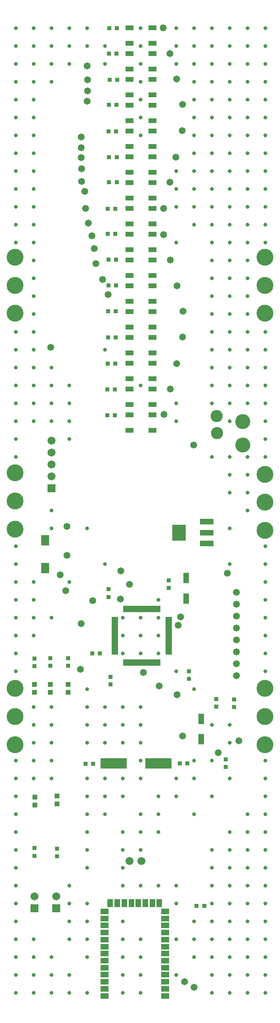
<source format=gts>
G04*
G04 #@! TF.GenerationSoftware,Altium Limited,Altium Designer,18.1.6 (161)*
G04*
G04 Layer_Color=8388736*
%FSLAX25Y25*%
%MOIN*%
G70*
G01*
G75*
%ADD17R,0.03950X0.03950*%
%ADD18R,0.03800X0.03600*%
%ADD19R,0.11430X0.13792*%
%ADD20R,0.11430X0.04737*%
%ADD21R,0.03600X0.03800*%
%ADD22R,0.04737X0.08674*%
%ADD23R,0.05524X0.01981*%
%ADD24R,0.01981X0.05524*%
%ADD25R,0.22453X0.08674*%
%ADD26R,0.06706X0.04343*%
%ADD27R,0.07099X0.08674*%
%ADD28R,0.06706X0.04737*%
%ADD29R,0.04737X0.06706*%
%ADD30C,0.12611*%
%ADD31C,0.06706*%
%ADD32R,0.06706X0.06706*%
%ADD33C,0.03300*%
%ADD34C,0.14186*%
%ADD35C,0.10249*%
%ADD36C,0.05800*%
D17*
X1204724Y848622D02*
D03*
Y855315D02*
D03*
X1185827Y847638D02*
D03*
Y854331D02*
D03*
X1213781Y949016D02*
D03*
Y942323D02*
D03*
X1198819Y949016D02*
D03*
Y942323D02*
D03*
X1185433Y948898D02*
D03*
Y942205D02*
D03*
D18*
X1213780Y964528D02*
D03*
Y970905D02*
D03*
X1198819Y964488D02*
D03*
Y970866D02*
D03*
X1185433Y964173D02*
D03*
Y970551D02*
D03*
X1204724Y811063D02*
D03*
Y804685D02*
D03*
X1185709Y811417D02*
D03*
Y805039D02*
D03*
X1346443Y879488D02*
D03*
Y885866D02*
D03*
X1249592Y955157D02*
D03*
Y948779D02*
D03*
X1353543Y929921D02*
D03*
Y936299D02*
D03*
X1338568Y930276D02*
D03*
Y936654D02*
D03*
X1315734Y953504D02*
D03*
Y959882D02*
D03*
X1298439Y1036260D02*
D03*
Y1029882D02*
D03*
X1248046Y1022402D02*
D03*
Y1028780D02*
D03*
D19*
X1307283Y1076378D02*
D03*
D20*
X1330512Y1085433D02*
D03*
Y1076378D02*
D03*
Y1067323D02*
D03*
D21*
X1322047Y762992D02*
D03*
X1328425D02*
D03*
X1240630Y974803D02*
D03*
X1234252D02*
D03*
X1254803Y1500000D02*
D03*
X1248425D02*
D03*
X1307835Y882691D02*
D03*
X1314213D02*
D03*
X1235079Y882269D02*
D03*
X1228701D02*
D03*
X1254370Y1283844D02*
D03*
X1247992D02*
D03*
X1247205Y1348411D02*
D03*
X1253583D02*
D03*
X1248386Y1370458D02*
D03*
X1254764D02*
D03*
X1248386Y1391718D02*
D03*
X1254764D02*
D03*
X1248032Y1413386D02*
D03*
X1254409D02*
D03*
X1248347Y1435433D02*
D03*
X1254724D02*
D03*
X1248779Y1456679D02*
D03*
X1255157D02*
D03*
X1248347Y1478740D02*
D03*
X1254724D02*
D03*
X1246811Y1174789D02*
D03*
X1253189D02*
D03*
X1246811Y1196443D02*
D03*
X1253189D02*
D03*
X1247205Y1218096D02*
D03*
X1253583D02*
D03*
X1247598Y1240143D02*
D03*
X1253976D02*
D03*
X1247598Y1262191D02*
D03*
X1253976D02*
D03*
X1247953Y1305512D02*
D03*
X1254331D02*
D03*
X1247205Y1327151D02*
D03*
X1253583D02*
D03*
D22*
X1313386Y1038189D02*
D03*
Y1020866D02*
D03*
X1325984Y920079D02*
D03*
Y902756D02*
D03*
D23*
X1253347Y975000D02*
D03*
Y976968D02*
D03*
Y978937D02*
D03*
Y980906D02*
D03*
Y982874D02*
D03*
Y984842D02*
D03*
Y986811D02*
D03*
Y988780D02*
D03*
Y990748D02*
D03*
Y992717D02*
D03*
Y994685D02*
D03*
Y996653D02*
D03*
Y998622D02*
D03*
Y1000591D02*
D03*
Y1002559D02*
D03*
Y1004528D02*
D03*
X1298622D02*
D03*
Y1002559D02*
D03*
Y1000591D02*
D03*
Y998622D02*
D03*
Y996653D02*
D03*
Y994685D02*
D03*
Y992717D02*
D03*
Y990748D02*
D03*
Y988780D02*
D03*
Y986811D02*
D03*
Y984842D02*
D03*
Y982874D02*
D03*
Y980906D02*
D03*
Y978937D02*
D03*
Y976968D02*
D03*
Y975000D02*
D03*
D24*
X1261220Y1012402D02*
D03*
X1263189D02*
D03*
X1265158D02*
D03*
X1267126D02*
D03*
X1269094D02*
D03*
X1271063D02*
D03*
X1273032D02*
D03*
X1275000D02*
D03*
X1276968D02*
D03*
X1278937D02*
D03*
X1280906D02*
D03*
X1282874D02*
D03*
X1284842D02*
D03*
X1286811D02*
D03*
X1288780D02*
D03*
X1290748D02*
D03*
Y967126D02*
D03*
X1288780D02*
D03*
X1286811D02*
D03*
X1284842D02*
D03*
X1282874D02*
D03*
X1280906D02*
D03*
X1278937D02*
D03*
X1276968D02*
D03*
X1275000D02*
D03*
X1273032D02*
D03*
X1271063D02*
D03*
X1269094D02*
D03*
X1267126D02*
D03*
X1265158D02*
D03*
X1263189D02*
D03*
X1261220D02*
D03*
D25*
X1252366Y882669D02*
D03*
X1289768D02*
D03*
D26*
X1265551Y1326968D02*
D03*
Y1313976D02*
D03*
X1284842D02*
D03*
Y1326968D02*
D03*
X1265551Y1305315D02*
D03*
Y1292323D02*
D03*
X1284842D02*
D03*
Y1305315D02*
D03*
X1265551Y1283661D02*
D03*
Y1270669D02*
D03*
X1284842D02*
D03*
Y1283661D02*
D03*
X1265551Y1262008D02*
D03*
Y1249016D02*
D03*
X1284842D02*
D03*
Y1262008D02*
D03*
X1265551Y1240354D02*
D03*
Y1227362D02*
D03*
X1284842D02*
D03*
Y1240354D02*
D03*
X1265551Y1218701D02*
D03*
Y1205709D02*
D03*
X1284842D02*
D03*
Y1218701D02*
D03*
X1265551Y1197047D02*
D03*
Y1184055D02*
D03*
X1284842D02*
D03*
Y1197047D02*
D03*
X1265551Y1175394D02*
D03*
Y1162402D02*
D03*
X1284842D02*
D03*
Y1175394D02*
D03*
Y1348622D02*
D03*
Y1335630D02*
D03*
X1265551D02*
D03*
Y1348622D02*
D03*
X1284842Y1500197D02*
D03*
Y1487205D02*
D03*
X1265551D02*
D03*
Y1500197D02*
D03*
X1284842Y1478543D02*
D03*
Y1465551D02*
D03*
X1265551D02*
D03*
Y1478543D02*
D03*
X1284842Y1456890D02*
D03*
Y1443898D02*
D03*
X1265551D02*
D03*
Y1456890D02*
D03*
X1284842Y1435236D02*
D03*
Y1422244D02*
D03*
X1265551D02*
D03*
Y1435236D02*
D03*
X1284842Y1413583D02*
D03*
Y1400591D02*
D03*
X1265551D02*
D03*
Y1413583D02*
D03*
X1284842Y1391929D02*
D03*
Y1378937D02*
D03*
X1265551D02*
D03*
Y1391929D02*
D03*
X1284842Y1370276D02*
D03*
Y1357283D02*
D03*
X1265551D02*
D03*
Y1370276D02*
D03*
D27*
X1194488Y1046457D02*
D03*
Y1070079D02*
D03*
D28*
X1295669Y758268D02*
D03*
Y752362D02*
D03*
Y746457D02*
D03*
Y740551D02*
D03*
Y734646D02*
D03*
Y728740D02*
D03*
Y722835D02*
D03*
Y716929D02*
D03*
Y711024D02*
D03*
Y705118D02*
D03*
Y699213D02*
D03*
Y693307D02*
D03*
Y687402D02*
D03*
X1244488D02*
D03*
Y693307D02*
D03*
Y699213D02*
D03*
Y705118D02*
D03*
Y711024D02*
D03*
Y716929D02*
D03*
Y722835D02*
D03*
Y728740D02*
D03*
Y734646D02*
D03*
Y740551D02*
D03*
Y746457D02*
D03*
Y752362D02*
D03*
Y758268D02*
D03*
D29*
X1267126Y765158D02*
D03*
X1261220D02*
D03*
X1255315D02*
D03*
X1249409D02*
D03*
X1273032D02*
D03*
X1278937D02*
D03*
X1284842D02*
D03*
X1290748D02*
D03*
D30*
X1361024Y1169685D02*
D03*
Y1150000D02*
D03*
D31*
X1265569Y800579D02*
D03*
X1275569D02*
D03*
X1203819Y770748D02*
D03*
X1185709D02*
D03*
X1200000Y1153622D02*
D03*
Y1143622D02*
D03*
Y1133622D02*
D03*
Y1123622D02*
D03*
D32*
X1203819Y760748D02*
D03*
X1185709D02*
D03*
X1200000Y1113622D02*
D03*
D33*
X1380000Y1500000D02*
D03*
Y1485000D02*
D03*
Y1470000D02*
D03*
Y1455000D02*
D03*
Y1440000D02*
D03*
Y1425000D02*
D03*
Y1410000D02*
D03*
Y1395000D02*
D03*
Y1380000D02*
D03*
Y1365000D02*
D03*
Y1350000D02*
D03*
Y1335000D02*
D03*
Y1320000D02*
D03*
Y1245000D02*
D03*
Y1230000D02*
D03*
Y1215000D02*
D03*
Y1200000D02*
D03*
Y1185000D02*
D03*
Y1170000D02*
D03*
Y1155000D02*
D03*
Y1140000D02*
D03*
Y1065000D02*
D03*
Y1050000D02*
D03*
Y1035000D02*
D03*
Y1020000D02*
D03*
Y1005000D02*
D03*
Y990000D02*
D03*
Y975000D02*
D03*
Y960000D02*
D03*
Y885000D02*
D03*
Y870000D02*
D03*
Y855000D02*
D03*
Y840000D02*
D03*
Y825000D02*
D03*
Y810000D02*
D03*
Y795000D02*
D03*
Y780000D02*
D03*
Y765000D02*
D03*
Y750000D02*
D03*
Y735000D02*
D03*
Y720000D02*
D03*
Y705000D02*
D03*
Y690000D02*
D03*
X1365000Y1500000D02*
D03*
Y1485000D02*
D03*
Y1470000D02*
D03*
Y1455000D02*
D03*
Y1440000D02*
D03*
Y1425000D02*
D03*
Y1410000D02*
D03*
Y1395000D02*
D03*
Y1380000D02*
D03*
Y1365000D02*
D03*
Y1350000D02*
D03*
Y1335000D02*
D03*
Y1320000D02*
D03*
Y1305000D02*
D03*
Y1290000D02*
D03*
Y1275000D02*
D03*
Y1260000D02*
D03*
Y1245000D02*
D03*
Y1230000D02*
D03*
Y1215000D02*
D03*
Y1200000D02*
D03*
Y1185000D02*
D03*
Y1140000D02*
D03*
Y1125000D02*
D03*
Y1110000D02*
D03*
Y1095000D02*
D03*
Y840000D02*
D03*
Y825000D02*
D03*
Y810000D02*
D03*
Y795000D02*
D03*
Y780000D02*
D03*
Y765000D02*
D03*
Y750000D02*
D03*
Y735000D02*
D03*
Y720000D02*
D03*
Y705000D02*
D03*
Y690000D02*
D03*
X1350000Y1500000D02*
D03*
Y1485000D02*
D03*
Y1470000D02*
D03*
Y1455000D02*
D03*
Y1440000D02*
D03*
Y1425000D02*
D03*
Y1410000D02*
D03*
Y1395000D02*
D03*
Y1380000D02*
D03*
Y1365000D02*
D03*
Y1350000D02*
D03*
Y1335000D02*
D03*
Y1320000D02*
D03*
Y1305000D02*
D03*
Y1290000D02*
D03*
Y1275000D02*
D03*
Y1260000D02*
D03*
Y1245000D02*
D03*
Y1230000D02*
D03*
Y1215000D02*
D03*
Y1200000D02*
D03*
Y1185000D02*
D03*
Y1170000D02*
D03*
Y1140000D02*
D03*
Y1125000D02*
D03*
Y1110000D02*
D03*
Y1080000D02*
D03*
Y1050000D02*
D03*
Y915000D02*
D03*
Y900000D02*
D03*
Y870000D02*
D03*
Y825000D02*
D03*
Y810000D02*
D03*
Y795000D02*
D03*
Y780000D02*
D03*
Y765000D02*
D03*
Y750000D02*
D03*
Y735000D02*
D03*
Y720000D02*
D03*
Y705000D02*
D03*
Y690000D02*
D03*
X1335000Y1500000D02*
D03*
Y1485000D02*
D03*
Y1470000D02*
D03*
Y1455000D02*
D03*
Y1440000D02*
D03*
Y1425000D02*
D03*
Y1410000D02*
D03*
Y1395000D02*
D03*
Y1380000D02*
D03*
Y1365000D02*
D03*
Y1350000D02*
D03*
Y1335000D02*
D03*
Y1320000D02*
D03*
Y1305000D02*
D03*
Y1290000D02*
D03*
Y1275000D02*
D03*
Y1260000D02*
D03*
Y1245000D02*
D03*
Y1230000D02*
D03*
Y1215000D02*
D03*
Y1200000D02*
D03*
Y1185000D02*
D03*
Y1140000D02*
D03*
Y915000D02*
D03*
Y885000D02*
D03*
Y855000D02*
D03*
Y810000D02*
D03*
Y795000D02*
D03*
Y780000D02*
D03*
Y765000D02*
D03*
Y750000D02*
D03*
Y735000D02*
D03*
Y720000D02*
D03*
Y705000D02*
D03*
Y690000D02*
D03*
X1320000Y1500000D02*
D03*
Y1485000D02*
D03*
Y1470000D02*
D03*
Y1455000D02*
D03*
Y1440000D02*
D03*
Y1425000D02*
D03*
Y1410000D02*
D03*
Y1395000D02*
D03*
Y1380000D02*
D03*
Y1365000D02*
D03*
Y1350000D02*
D03*
Y1335000D02*
D03*
Y945000D02*
D03*
Y885000D02*
D03*
Y870000D02*
D03*
Y840000D02*
D03*
Y750000D02*
D03*
Y735000D02*
D03*
Y720000D02*
D03*
X1305000Y1500000D02*
D03*
Y1485000D02*
D03*
Y1470000D02*
D03*
Y1380000D02*
D03*
Y1365000D02*
D03*
Y1350000D02*
D03*
Y1320000D02*
D03*
Y1185000D02*
D03*
Y1170000D02*
D03*
Y960000D02*
D03*
Y870000D02*
D03*
Y855000D02*
D03*
Y780000D02*
D03*
Y765000D02*
D03*
Y735000D02*
D03*
Y705000D02*
D03*
X1290000Y1020000D02*
D03*
Y1005000D02*
D03*
Y990000D02*
D03*
Y975000D02*
D03*
Y855000D02*
D03*
Y840000D02*
D03*
Y825000D02*
D03*
Y780000D02*
D03*
X1275000Y1500000D02*
D03*
Y1485000D02*
D03*
Y1470000D02*
D03*
Y1455000D02*
D03*
Y1440000D02*
D03*
Y1425000D02*
D03*
Y1410000D02*
D03*
Y1200000D02*
D03*
Y1005000D02*
D03*
Y990000D02*
D03*
Y975000D02*
D03*
Y930000D02*
D03*
Y915000D02*
D03*
Y900000D02*
D03*
Y885000D02*
D03*
Y870000D02*
D03*
Y840000D02*
D03*
Y825000D02*
D03*
Y810000D02*
D03*
Y780000D02*
D03*
Y735000D02*
D03*
Y720000D02*
D03*
Y705000D02*
D03*
Y690000D02*
D03*
X1260000Y1005000D02*
D03*
Y990000D02*
D03*
Y975000D02*
D03*
Y930000D02*
D03*
Y915000D02*
D03*
Y900000D02*
D03*
Y870000D02*
D03*
Y855000D02*
D03*
Y825000D02*
D03*
Y810000D02*
D03*
Y795000D02*
D03*
Y780000D02*
D03*
Y750000D02*
D03*
Y735000D02*
D03*
Y720000D02*
D03*
Y705000D02*
D03*
Y690000D02*
D03*
X1245000Y1485000D02*
D03*
Y1470000D02*
D03*
Y1230000D02*
D03*
Y1050000D02*
D03*
Y930000D02*
D03*
Y915000D02*
D03*
Y900000D02*
D03*
Y870000D02*
D03*
Y855000D02*
D03*
Y840000D02*
D03*
X1230000Y1500000D02*
D03*
Y1485000D02*
D03*
Y1080000D02*
D03*
Y945000D02*
D03*
Y930000D02*
D03*
Y915000D02*
D03*
Y900000D02*
D03*
Y870000D02*
D03*
Y855000D02*
D03*
Y840000D02*
D03*
Y825000D02*
D03*
Y810000D02*
D03*
Y795000D02*
D03*
Y765000D02*
D03*
Y750000D02*
D03*
Y735000D02*
D03*
Y720000D02*
D03*
Y690000D02*
D03*
X1215000Y1500000D02*
D03*
Y1485000D02*
D03*
Y1470000D02*
D03*
Y1200000D02*
D03*
Y1185000D02*
D03*
Y1170000D02*
D03*
Y1155000D02*
D03*
Y1035000D02*
D03*
Y780000D02*
D03*
Y765000D02*
D03*
Y750000D02*
D03*
Y735000D02*
D03*
Y705000D02*
D03*
Y690000D02*
D03*
X1200000Y1500000D02*
D03*
Y1485000D02*
D03*
Y1470000D02*
D03*
Y1455000D02*
D03*
Y1215000D02*
D03*
Y1200000D02*
D03*
Y1185000D02*
D03*
Y1170000D02*
D03*
Y1095000D02*
D03*
Y1080000D02*
D03*
Y1005000D02*
D03*
Y930000D02*
D03*
Y915000D02*
D03*
Y900000D02*
D03*
Y885000D02*
D03*
Y870000D02*
D03*
Y720000D02*
D03*
Y705000D02*
D03*
Y690000D02*
D03*
X1185000Y1500000D02*
D03*
Y1485000D02*
D03*
Y1470000D02*
D03*
Y1455000D02*
D03*
Y1440000D02*
D03*
Y1425000D02*
D03*
Y1410000D02*
D03*
Y1395000D02*
D03*
Y1380000D02*
D03*
Y1365000D02*
D03*
Y1350000D02*
D03*
Y1335000D02*
D03*
Y1320000D02*
D03*
Y1305000D02*
D03*
Y1290000D02*
D03*
Y1275000D02*
D03*
Y1260000D02*
D03*
Y1245000D02*
D03*
Y1230000D02*
D03*
Y1215000D02*
D03*
Y1200000D02*
D03*
Y1185000D02*
D03*
Y1170000D02*
D03*
Y1035000D02*
D03*
Y1020000D02*
D03*
Y1005000D02*
D03*
Y990000D02*
D03*
Y930000D02*
D03*
Y915000D02*
D03*
Y900000D02*
D03*
Y885000D02*
D03*
Y870000D02*
D03*
Y735000D02*
D03*
Y720000D02*
D03*
Y705000D02*
D03*
Y690000D02*
D03*
X1170000Y1500000D02*
D03*
Y1485000D02*
D03*
Y1470000D02*
D03*
Y1455000D02*
D03*
Y1440000D02*
D03*
Y1425000D02*
D03*
Y1410000D02*
D03*
Y1395000D02*
D03*
Y1380000D02*
D03*
Y1365000D02*
D03*
Y1350000D02*
D03*
Y1335000D02*
D03*
Y1320000D02*
D03*
Y1245000D02*
D03*
Y1230000D02*
D03*
Y1215000D02*
D03*
Y1200000D02*
D03*
Y1185000D02*
D03*
Y1170000D02*
D03*
Y1155000D02*
D03*
Y1140000D02*
D03*
Y1065000D02*
D03*
Y1050000D02*
D03*
Y1035000D02*
D03*
Y1020000D02*
D03*
Y1005000D02*
D03*
Y990000D02*
D03*
Y975000D02*
D03*
Y960000D02*
D03*
Y885000D02*
D03*
Y870000D02*
D03*
Y855000D02*
D03*
Y840000D02*
D03*
Y825000D02*
D03*
Y810000D02*
D03*
Y795000D02*
D03*
Y780000D02*
D03*
Y765000D02*
D03*
Y750000D02*
D03*
Y735000D02*
D03*
Y720000D02*
D03*
Y705000D02*
D03*
Y690000D02*
D03*
D34*
X1379528Y1125394D02*
D03*
Y1078150D02*
D03*
Y1101772D02*
D03*
X1169291Y1102953D02*
D03*
Y1079331D02*
D03*
Y1126575D02*
D03*
X1379528Y898228D02*
D03*
Y945472D02*
D03*
Y1284055D02*
D03*
X1169291Y921850D02*
D03*
Y898228D02*
D03*
Y945472D02*
D03*
X1379528Y1260433D02*
D03*
Y1307677D02*
D03*
X1169291D02*
D03*
Y1260433D02*
D03*
Y1284055D02*
D03*
X1379528Y921850D02*
D03*
D35*
X1339370Y1159842D02*
D03*
X1338976Y1174409D02*
D03*
D36*
X1207087Y1040945D02*
D03*
X1348032Y1042126D02*
D03*
X1225197Y1381890D02*
D03*
Y1371260D02*
D03*
X1228740Y1348425D02*
D03*
X1234646Y1019291D02*
D03*
X1224409Y961417D02*
D03*
X1357480Y901575D02*
D03*
X1199213Y1231890D02*
D03*
X1308661Y1005512D02*
D03*
X1306693Y998425D02*
D03*
X1247638Y1276378D02*
D03*
X1340158Y891732D02*
D03*
X1211811Y1027559D02*
D03*
X1257874Y1020472D02*
D03*
X1212992Y1057087D02*
D03*
Y1081496D02*
D03*
X1277165Y959055D02*
D03*
X1224803Y1000000D02*
D03*
X1290551Y947638D02*
D03*
X1305512Y940158D02*
D03*
X1319685Y1150000D02*
D03*
X1311811Y699213D02*
D03*
X1258268Y1044094D02*
D03*
X1265748Y1033071D02*
D03*
X1320079Y694488D02*
D03*
X1310236Y905512D02*
D03*
X1242913Y1288976D02*
D03*
X1237402Y1302331D02*
D03*
X1355512Y1026221D02*
D03*
Y1016220D02*
D03*
Y1006221D02*
D03*
Y996220D02*
D03*
Y986220D02*
D03*
Y976221D02*
D03*
Y966220D02*
D03*
Y956221D02*
D03*
X1227953Y1362992D02*
D03*
X1224803Y1391339D02*
D03*
Y1399606D02*
D03*
X1235827Y1314961D02*
D03*
X1231039Y1336220D02*
D03*
X1224803Y1408661D02*
D03*
X1229921Y1438583D02*
D03*
X1233858Y1325591D02*
D03*
X1230315Y1447244D02*
D03*
Y1456693D02*
D03*
X1229921Y1468110D02*
D03*
X1309842Y1413780D02*
D03*
X1294094Y1348425D02*
D03*
X1293898Y1500197D02*
D03*
X1299606Y1478740D02*
D03*
X1305315Y1457283D02*
D03*
X1310236Y1435827D02*
D03*
X1299606Y1370472D02*
D03*
X1304724Y1391732D02*
D03*
X1310236Y1240551D02*
D03*
X1305118Y1218110D02*
D03*
X1300000Y1196850D02*
D03*
X1310630Y1262205D02*
D03*
X1305709Y1283661D02*
D03*
X1300000Y1305118D02*
D03*
X1294291Y1326575D02*
D03*
X1294488Y1175591D02*
D03*
M02*

</source>
